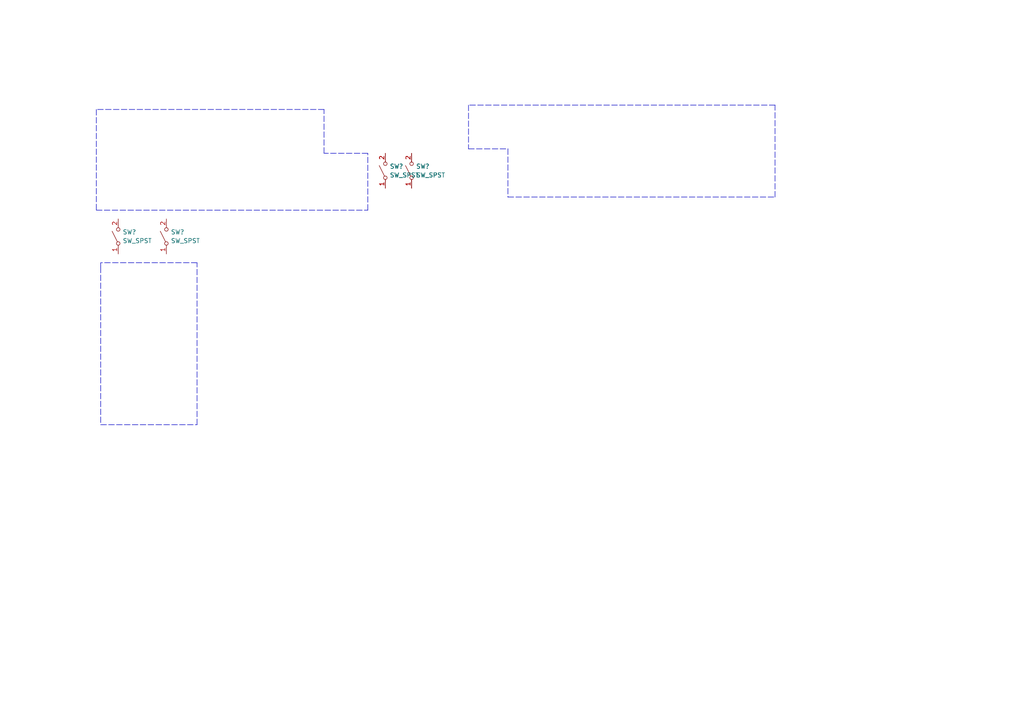
<source format=kicad_sch>
(kicad_sch (version 20211123) (generator eeschema)
  (paper "A4")
  (lib_symbols
    (symbol "Switch:SW_SPST" (pin_names (offset 0) hide)
      (property "Reference" "SW" (at 0 3.175 0))
      (property "Value" "SW_SPST" (at 0 -2.54 0))
      (symbol "SW_SPST_0_0"
        (circle (center -2.032 0) (radius 0.508))
        (polyline (pts (xy -1.524 0.254) (xy 1.524 1.778)))
        (circle (center 2.032 0) (radius 0.508))
      )
      (symbol "SW_SPST_1_1"
        (pin passive line (at -5.08 0 0) (length 2.54) (name "A") (number "1"))
        (pin passive line (at 5.08 0 180) (length 2.54) (name "B") (number "2"))
      )
    )
  )
  (polyline (pts (xy 29.21 123.19) (xy 57.15 123.19)))
  (polyline (pts (xy 27.94 60.96) (xy 106.68 60.96)))
  (polyline (pts (xy 29.21 77.47) (xy 29.21 123.19)))
  (polyline (pts (xy 57.15 76.2) (xy 29.21 76.2)))
  (polyline (pts (xy 29.21 76.2) (xy 29.21 77.47)))
  (polyline (pts (xy 147.32 43.18) (xy 147.32 57.15)))
  (polyline (pts (xy 224.79 57.15) (xy 224.79 30.48)))
  (polyline (pts (xy 93.98 31.75) (xy 27.94 31.75)))
  (polyline (pts (xy 93.98 44.45) (xy 93.98 31.75)))
  (polyline (pts (xy 57.15 123.19) (xy 57.15 76.2)))
  (polyline (pts (xy 27.94 31.75) (xy 27.94 60.96)))
  (polyline (pts (xy 135.89 30.48) (xy 135.89 43.18)))
  (polyline (pts (xy 147.32 57.15) (xy 224.79 57.15)))
  (polyline (pts (xy 135.89 43.18) (xy 147.32 43.18)))
  (polyline (pts (xy 106.68 60.96) (xy 106.68 44.45)))
  (polyline (pts (xy 106.68 44.45) (xy 93.98 44.45)))
  (polyline (pts (xy 224.79 30.48) (xy 135.89 30.48)))
  (symbol (lib_id "Switch:SW_SPST") (at 34.29 68.58 90) (unit 1)
    (property "Reference" "SW?" (at 35.56 67.3099 90) (effects (justify right)))
    (property "Value" "SW_SPST" (at 35.56 69.8499 90) (effects (justify right)))
  )
  (symbol (lib_id "Switch:SW_SPST") (at 111.76 49.53 90) (unit 1)
    (property "Reference" "SW?" (at 113.03 48.2599 90) (effects (justify right)))
    (property "Value" "SW_SPST" (at 113.03 50.7999 90) (effects (justify right)))
  )
  (symbol (lib_id "Switch:SW_SPST") (at 48.26 68.58 90) (unit 1)
    (property "Reference" "SW?" (at 49.53 67.3099 90) (effects (justify right)))
    (property "Value" "SW_SPST" (at 49.53 69.8499 90) (effects (justify right)))
  )
  (symbol (lib_id "Switch:SW_SPST") (at 119.38 49.53 90) (unit 1)
    (property "Reference" "SW?" (at 120.65 48.2599 90) (effects (justify right)))
    (property "Value" "SW_SPST" (at 120.65 50.7999 90) (effects (justify right)))
  )
)
</source>
